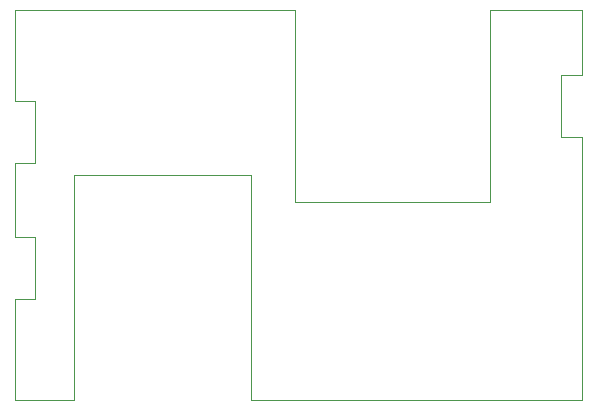
<source format=gbr>
%TF.GenerationSoftware,KiCad,Pcbnew,6.0.9-8da3e8f707~117~ubuntu22.04.1*%
%TF.CreationDate,2022-12-02T16:27:47-05:00*%
%TF.ProjectId,watch,77617463-682e-46b6-9963-61645f706362,rev?*%
%TF.SameCoordinates,Original*%
%TF.FileFunction,Profile,NP*%
%FSLAX46Y46*%
G04 Gerber Fmt 4.6, Leading zero omitted, Abs format (unit mm)*
G04 Created by KiCad (PCBNEW 6.0.9-8da3e8f707~117~ubuntu22.04.1) date 2022-12-02 16:27:47*
%MOMM*%
%LPD*%
G01*
G04 APERTURE LIST*
%TA.AperFunction,Profile*%
%ADD10C,0.100000*%
%TD*%
G04 APERTURE END LIST*
D10*
X125000000Y-106500000D02*
X140000000Y-106500000D01*
X166250000Y-98000000D02*
X166250000Y-103250000D01*
X121750000Y-100250000D02*
X120000000Y-100250000D01*
X120000000Y-125500000D02*
X120000000Y-117000000D01*
X168000000Y-103250000D02*
X168000000Y-125500000D01*
X143750000Y-92500000D02*
X120000000Y-92500000D01*
X120000000Y-100250000D02*
X120000000Y-92500000D01*
X166250000Y-103250000D02*
X168000000Y-103250000D01*
X121750000Y-117000000D02*
X121750000Y-111750000D01*
X120000000Y-105500000D02*
X121750000Y-105500000D01*
X121750000Y-111750000D02*
X120000000Y-111750000D01*
X160250000Y-108750000D02*
X143750000Y-108750000D01*
X140000000Y-106500000D02*
X140000000Y-125500000D01*
X160250000Y-92500000D02*
X168000000Y-92500000D01*
X143750000Y-108750000D02*
X143750000Y-92500000D01*
X120000000Y-125500000D02*
X125000000Y-125500000D01*
X168000000Y-92500000D02*
X168000000Y-98000000D01*
X160250000Y-92500000D02*
X160250000Y-108750000D01*
X120000000Y-117000000D02*
X121750000Y-117000000D01*
X121750000Y-105500000D02*
X121750000Y-100250000D01*
X168000000Y-98000000D02*
X166250000Y-98000000D01*
X140000000Y-125500000D02*
X168000000Y-125500000D01*
X120000000Y-111750000D02*
X120000000Y-105500000D01*
X125000000Y-125500000D02*
X125000000Y-106500000D01*
M02*

</source>
